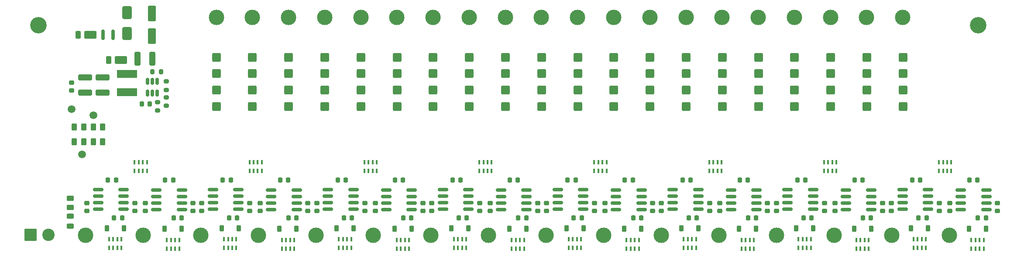
<source format=gbr>
%TF.GenerationSoftware,KiCad,Pcbnew,9.0.3*%
%TF.CreationDate,2025-07-15T10:45:23+03:00*%
%TF.ProjectId,control_unit_tester,636f6e74-726f-46c5-9f75-6e69745f7465,R2*%
%TF.SameCoordinates,Original*%
%TF.FileFunction,Soldermask,Top*%
%TF.FilePolarity,Negative*%
%FSLAX46Y46*%
G04 Gerber Fmt 4.6, Leading zero omitted, Abs format (unit mm)*
G04 Created by KiCad (PCBNEW 9.0.3) date 2025-07-15 10:45:23*
%MOMM*%
%LPD*%
G01*
G04 APERTURE LIST*
G04 Aperture macros list*
%AMRoundRect*
0 Rectangle with rounded corners*
0 $1 Rounding radius*
0 $2 $3 $4 $5 $6 $7 $8 $9 X,Y pos of 4 corners*
0 Add a 4 corners polygon primitive as box body*
4,1,4,$2,$3,$4,$5,$6,$7,$8,$9,$2,$3,0*
0 Add four circle primitives for the rounded corners*
1,1,$1+$1,$2,$3*
1,1,$1+$1,$4,$5*
1,1,$1+$1,$6,$7*
1,1,$1+$1,$8,$9*
0 Add four rect primitives between the rounded corners*
20,1,$1+$1,$2,$3,$4,$5,0*
20,1,$1+$1,$4,$5,$6,$7,0*
20,1,$1+$1,$6,$7,$8,$9,0*
20,1,$1+$1,$8,$9,$2,$3,0*%
G04 Aperture macros list end*
%ADD10C,3.200000*%
%ADD11RoundRect,0.225000X0.225000X0.250000X-0.225000X0.250000X-0.225000X-0.250000X0.225000X-0.250000X0*%
%ADD12C,3.000000*%
%ADD13R,4.000000X1.500000*%
%ADD14RoundRect,0.225000X-0.250000X0.225000X-0.250000X-0.225000X0.250000X-0.225000X0.250000X0.225000X0*%
%ADD15RoundRect,0.200000X0.200000X0.275000X-0.200000X0.275000X-0.200000X-0.275000X0.200000X-0.275000X0*%
%ADD16RoundRect,0.225000X0.225000X0.375000X-0.225000X0.375000X-0.225000X-0.375000X0.225000X-0.375000X0*%
%ADD17RoundRect,0.150000X-0.825000X-0.150000X0.825000X-0.150000X0.825000X0.150000X-0.825000X0.150000X0*%
%ADD18R,0.400000X0.900000*%
%ADD19RoundRect,0.250000X-0.262500X-0.450000X0.262500X-0.450000X0.262500X0.450000X-0.262500X0.450000X0*%
%ADD20RoundRect,0.150000X0.150000X-0.850000X0.150000X0.850000X-0.150000X0.850000X-0.150000X-0.850000X0*%
%ADD21C,1.500000*%
%ADD22RoundRect,0.250001X-0.949999X-0.949999X0.949999X-0.949999X0.949999X0.949999X-0.949999X0.949999X0*%
%ADD23C,2.400000*%
%ADD24RoundRect,0.200000X-0.275000X0.200000X-0.275000X-0.200000X0.275000X-0.200000X0.275000X0.200000X0*%
%ADD25RoundRect,0.150000X0.150000X-0.512500X0.150000X0.512500X-0.150000X0.512500X-0.150000X-0.512500X0*%
%ADD26RoundRect,0.250000X1.100000X-0.325000X1.100000X0.325000X-1.100000X0.325000X-1.100000X-0.325000X0*%
%ADD27RoundRect,0.225000X0.250000X-0.225000X0.250000X0.225000X-0.250000X0.225000X-0.250000X-0.225000X0*%
%ADD28RoundRect,0.200000X0.275000X-0.200000X0.275000X0.200000X-0.275000X0.200000X-0.275000X-0.200000X0*%
%ADD29RoundRect,0.250000X0.450000X-0.262500X0.450000X0.262500X-0.450000X0.262500X-0.450000X-0.262500X0*%
%ADD30RoundRect,0.250000X0.650000X-1.000000X0.650000X1.000000X-0.650000X1.000000X-0.650000X-1.000000X0*%
%ADD31RoundRect,0.250000X0.325000X1.100000X-0.325000X1.100000X-0.325000X-1.100000X0.325000X-1.100000X0*%
%ADD32RoundRect,0.250000X-0.950000X-0.500000X0.950000X-0.500000X0.950000X0.500000X-0.950000X0.500000X0*%
%ADD33RoundRect,0.250000X-0.275000X-0.500000X0.275000X-0.500000X0.275000X0.500000X-0.275000X0.500000X0*%
%ADD34RoundRect,0.250000X0.550000X-1.250000X0.550000X1.250000X-0.550000X1.250000X-0.550000X-1.250000X0*%
%ADD35RoundRect,0.243750X0.456250X-0.243750X0.456250X0.243750X-0.456250X0.243750X-0.456250X-0.243750X0*%
%ADD36RoundRect,0.250000X-0.600000X0.600000X-0.600000X-0.600000X0.600000X-0.600000X0.600000X0.600000X0*%
G04 APERTURE END LIST*
D10*
%TO.C,H2*%
X247500000Y-67500000D03*
%TD*%
D11*
%TO.C,C68*%
X115289286Y-105050000D03*
X113739286Y-105050000D03*
%TD*%
D12*
%TO.C,J7*%
X134789474Y-65950000D03*
%TD*%
D13*
%TO.C,L2*%
X82408333Y-76975000D03*
X82408333Y-80575000D03*
%TD*%
D14*
%TO.C,C29*%
X228960714Y-102125000D03*
X228960714Y-103675000D03*
%TD*%
D12*
%TO.C,J2*%
X99750000Y-65950000D03*
%TD*%
D15*
%TO.C,R6*%
X89008333Y-76600000D03*
X87358333Y-76600000D03*
%TD*%
D16*
%TO.C,D21*%
X182182143Y-107125000D03*
X178882143Y-107125000D03*
%TD*%
D11*
%TO.C,C16*%
X247400000Y-97625000D03*
X245850000Y-97625000D03*
%TD*%
D12*
%TO.C,J22*%
X74375000Y-108425000D03*
%TD*%
D11*
%TO.C,C8*%
X180532143Y-97625000D03*
X178982143Y-97625000D03*
%TD*%
D14*
%TO.C,C45*%
X208385714Y-102125000D03*
X208385714Y-103675000D03*
%TD*%
D11*
%TO.C,C14*%
X225110714Y-97625000D03*
X223560714Y-97625000D03*
%TD*%
D12*
%TO.C,J15*%
X190852632Y-65950000D03*
%TD*%
%TO.C,J25*%
X107885000Y-108425000D03*
%TD*%
D17*
%TO.C,U10*%
X199571429Y-99585000D03*
X199571429Y-100855000D03*
X199571429Y-102125000D03*
X199571429Y-103395000D03*
X204521429Y-103395000D03*
X204521429Y-102125000D03*
X204521429Y-100855000D03*
X204521429Y-99585000D03*
%TD*%
D18*
%TO.C,RN6*%
X128478571Y-95900000D03*
X129278571Y-95900000D03*
X130078571Y-95900000D03*
X130878571Y-95900000D03*
X130878571Y-94200000D03*
X130078571Y-94200000D03*
X129278571Y-94200000D03*
X128478571Y-94200000D03*
%TD*%
D14*
%TO.C,C40*%
X119228571Y-102125000D03*
X119228571Y-103675000D03*
%TD*%
D11*
%TO.C,C69*%
X226735714Y-105050000D03*
X225185714Y-105050000D03*
%TD*%
D17*
%TO.C,U6*%
X154992857Y-99585000D03*
X154992857Y-100855000D03*
X154992857Y-102125000D03*
X154992857Y-103395000D03*
X159942857Y-103395000D03*
X159942857Y-102125000D03*
X159942857Y-100855000D03*
X159942857Y-99585000D03*
%TD*%
D14*
%TO.C,C50*%
X173132143Y-102125000D03*
X173132143Y-103675000D03*
%TD*%
%TO.C,C30*%
X251250000Y-102125000D03*
X251250000Y-103675000D03*
%TD*%
D11*
%TO.C,C2*%
X91375000Y-97625000D03*
X89825000Y-97625000D03*
%TD*%
D14*
%TO.C,C36*%
X108289286Y-102125000D03*
X108289286Y-103675000D03*
%TD*%
D16*
%TO.C,D38*%
X215535714Y-107050000D03*
X212235714Y-107050000D03*
%TD*%
D12*
%TO.C,J13*%
X176836842Y-65950000D03*
%TD*%
D16*
%TO.C,D32*%
X104089286Y-107050000D03*
X100789286Y-107050000D03*
%TD*%
D19*
%TO.C,R3*%
X72187500Y-87350000D03*
X74012500Y-87350000D03*
%TD*%
D14*
%TO.C,C37*%
X219735714Y-102125000D03*
X219735714Y-103675000D03*
%TD*%
D16*
%TO.C,D20*%
X170957143Y-107050000D03*
X167657143Y-107050000D03*
%TD*%
D14*
%TO.C,C39*%
X74650000Y-102125000D03*
X74650000Y-103675000D03*
%TD*%
D10*
%TO.C,H1*%
X65250000Y-67500000D03*
%TD*%
D18*
%TO.C,RN8*%
X159442857Y-109300000D03*
X158642857Y-109300000D03*
X157842857Y-109300000D03*
X157042857Y-109300000D03*
X157042857Y-111000000D03*
X157842857Y-111000000D03*
X158642857Y-111000000D03*
X159442857Y-111000000D03*
%TD*%
D14*
%TO.C,C46*%
X230675000Y-102125000D03*
X230675000Y-103675000D03*
%TD*%
D16*
%TO.C,D9*%
X137603571Y-107125000D03*
X134303571Y-107125000D03*
%TD*%
D18*
%TO.C,RN14*%
X204021429Y-109300000D03*
X203221429Y-109300000D03*
X202421429Y-109300000D03*
X201621429Y-109300000D03*
X201621429Y-111000000D03*
X202421429Y-111000000D03*
X203221429Y-111000000D03*
X204021429Y-111000000D03*
%TD*%
D11*
%TO.C,C58*%
X170632143Y-105000000D03*
X169082143Y-105000000D03*
%TD*%
D16*
%TO.C,D8*%
X126378571Y-107050000D03*
X123078571Y-107050000D03*
%TD*%
D12*
%TO.C,J21*%
X232900000Y-65950000D03*
%TD*%
D17*
%TO.C,U11*%
X99114286Y-99495000D03*
X99114286Y-100765000D03*
X99114286Y-102035000D03*
X99114286Y-103305000D03*
X104064286Y-103305000D03*
X104064286Y-102035000D03*
X104064286Y-100765000D03*
X104064286Y-99495000D03*
%TD*%
D11*
%TO.C,C70*%
X249025000Y-105050000D03*
X247475000Y-105050000D03*
%TD*%
%TO.C,C65*%
X159867857Y-105050000D03*
X158317857Y-105050000D03*
%TD*%
D16*
%TO.C,D45*%
X249050000Y-107125000D03*
X245750000Y-107125000D03*
%TD*%
D19*
%TO.C,R2*%
X75887500Y-90200000D03*
X77712500Y-90200000D03*
%TD*%
D20*
%TO.C,L1*%
X77800000Y-69350000D03*
X79700000Y-69350000D03*
%TD*%
D21*
%TO.C,TP3*%
X75875000Y-85050000D03*
%TD*%
D14*
%TO.C,C38*%
X242025000Y-102125000D03*
X242025000Y-103675000D03*
%TD*%
D17*
%TO.C,U4*%
X132703571Y-99585000D03*
X132703571Y-100855000D03*
X132703571Y-102125000D03*
X132703571Y-103395000D03*
X137653571Y-103395000D03*
X137653571Y-102125000D03*
X137653571Y-100855000D03*
X137653571Y-99585000D03*
%TD*%
D12*
%TO.C,J12*%
X169828947Y-65950000D03*
%TD*%
D19*
%TO.C,R1*%
X72187500Y-90200000D03*
X74012500Y-90200000D03*
%TD*%
D18*
%TO.C,RN10*%
X168107143Y-110900000D03*
X168907143Y-110900000D03*
X169707143Y-110900000D03*
X170507143Y-110900000D03*
X170507143Y-109200000D03*
X169707143Y-109200000D03*
X168907143Y-109200000D03*
X168107143Y-109200000D03*
%TD*%
%TO.C,RN19*%
X212685714Y-110900000D03*
X213485714Y-110900000D03*
X214285714Y-110900000D03*
X215085714Y-110900000D03*
X215085714Y-109200000D03*
X214285714Y-109200000D03*
X213485714Y-109200000D03*
X212685714Y-109200000D03*
%TD*%
D12*
%TO.C,J33*%
X197245000Y-108425000D03*
%TD*%
D14*
%TO.C,C43*%
X186096429Y-102125000D03*
X186096429Y-103675000D03*
%TD*%
D12*
%TO.C,J19*%
X218884211Y-65950000D03*
%TD*%
%TO.C,J27*%
X130225000Y-108425000D03*
%TD*%
%TO.C,J35*%
X219585000Y-108425000D03*
%TD*%
D18*
%TO.C,RN22*%
X234975000Y-110900000D03*
X235775000Y-110900000D03*
X236575000Y-110900000D03*
X237375000Y-110900000D03*
X237375000Y-109200000D03*
X236575000Y-109200000D03*
X235775000Y-109200000D03*
X234975000Y-109200000D03*
%TD*%
D12*
%TO.C,J30*%
X163735000Y-108425000D03*
%TD*%
D14*
%TO.C,C44*%
X96939286Y-102125000D03*
X96939286Y-103675000D03*
%TD*%
D21*
%TO.C,TP2*%
X73725000Y-92675000D03*
%TD*%
D22*
%TO.C,J1*%
X63725000Y-108350000D03*
D23*
X67225000Y-108350000D03*
%TD*%
D11*
%TO.C,C19*%
X86850000Y-82810000D03*
X85300000Y-82810000D03*
%TD*%
D14*
%TO.C,C47*%
X83975000Y-102125000D03*
X83975000Y-103675000D03*
%TD*%
D12*
%TO.C,J34*%
X208415000Y-108425000D03*
%TD*%
%TO.C,J32*%
X186075000Y-108425000D03*
%TD*%
D18*
%TO.C,RN15*%
X195346429Y-95900000D03*
X196146429Y-95900000D03*
X196946429Y-95900000D03*
X197746429Y-95900000D03*
X197746429Y-94200000D03*
X196946429Y-94200000D03*
X196146429Y-94200000D03*
X195346429Y-94200000D03*
%TD*%
D14*
%TO.C,C31*%
X86000000Y-102125000D03*
X86000000Y-103675000D03*
%TD*%
D12*
%TO.C,J6*%
X127781579Y-65950000D03*
%TD*%
D16*
%TO.C,D3*%
X93025000Y-107125000D03*
X89725000Y-107125000D03*
%TD*%
D17*
%TO.C,U7*%
X165982143Y-99495000D03*
X165982143Y-100765000D03*
X165982143Y-102035000D03*
X165982143Y-103305000D03*
X170932143Y-103305000D03*
X170932143Y-102035000D03*
X170932143Y-100765000D03*
X170932143Y-99495000D03*
%TD*%
D24*
%TO.C,R8*%
X88395000Y-82495000D03*
X88395000Y-84145000D03*
%TD*%
D25*
%TO.C,U17*%
X86408333Y-80725000D03*
X87358333Y-80725000D03*
X88308333Y-80725000D03*
X88308333Y-78450000D03*
X87358333Y-78450000D03*
X86408333Y-78450000D03*
%TD*%
D11*
%TO.C,C66*%
X182157143Y-105050000D03*
X180607143Y-105050000D03*
%TD*%
D18*
%TO.C,RN23*%
X248600000Y-109300000D03*
X247800000Y-109300000D03*
X247000000Y-109300000D03*
X246200000Y-109300000D03*
X246200000Y-111000000D03*
X247000000Y-111000000D03*
X247800000Y-111000000D03*
X248600000Y-111000000D03*
%TD*%
D17*
%TO.C,U12*%
X110414286Y-99585000D03*
X110414286Y-100855000D03*
X110414286Y-102125000D03*
X110414286Y-103395000D03*
X115364286Y-103395000D03*
X115364286Y-102125000D03*
X115364286Y-100855000D03*
X115364286Y-99585000D03*
%TD*%
D18*
%TO.C,RN1*%
X78950000Y-110900000D03*
X79750000Y-110900000D03*
X80550000Y-110900000D03*
X81350000Y-110900000D03*
X81350000Y-109200000D03*
X80550000Y-109200000D03*
X79750000Y-109200000D03*
X78950000Y-109200000D03*
%TD*%
%TO.C,RN12*%
X173057143Y-95900000D03*
X173857143Y-95900000D03*
X174657143Y-95900000D03*
X175457143Y-95900000D03*
X175457143Y-94200000D03*
X174657143Y-94200000D03*
X173857143Y-94200000D03*
X173057143Y-94200000D03*
%TD*%
D11*
%TO.C,C1*%
X80275000Y-97620000D03*
X78725000Y-97620000D03*
%TD*%
D24*
%TO.C,R9*%
X90045000Y-81570000D03*
X90045000Y-83220000D03*
%TD*%
D14*
%TO.C,C42*%
X163807143Y-102125000D03*
X163807143Y-103675000D03*
%TD*%
D12*
%TO.C,J31*%
X174905000Y-108425000D03*
%TD*%
D18*
%TO.C,RN2*%
X92575000Y-109300000D03*
X91775000Y-109300000D03*
X90975000Y-109300000D03*
X90175000Y-109300000D03*
X90175000Y-111000000D03*
X90975000Y-111000000D03*
X91775000Y-111000000D03*
X92575000Y-111000000D03*
%TD*%
%TO.C,RN18*%
X106189286Y-95900000D03*
X106989286Y-95900000D03*
X107789286Y-95900000D03*
X108589286Y-95900000D03*
X108589286Y-94200000D03*
X107789286Y-94200000D03*
X106989286Y-94200000D03*
X106189286Y-94200000D03*
%TD*%
D11*
%TO.C,C5*%
X147142857Y-97620000D03*
X145592857Y-97620000D03*
%TD*%
D16*
%TO.C,D2*%
X81800000Y-107050000D03*
X78500000Y-107050000D03*
%TD*%
D18*
%TO.C,RN5*%
X137153571Y-109300000D03*
X136353571Y-109300000D03*
X135553571Y-109300000D03*
X134753571Y-109300000D03*
X134753571Y-111000000D03*
X135553571Y-111000000D03*
X136353571Y-111000000D03*
X137153571Y-111000000D03*
%TD*%
D11*
%TO.C,C63*%
X93000000Y-105050000D03*
X91450000Y-105050000D03*
%TD*%
D18*
%TO.C,RN16*%
X101239286Y-110900000D03*
X102039286Y-110900000D03*
X102839286Y-110900000D03*
X103639286Y-110900000D03*
X103639286Y-109200000D03*
X102839286Y-109200000D03*
X102039286Y-109200000D03*
X101239286Y-109200000D03*
%TD*%
D12*
%TO.C,J18*%
X211876316Y-65950000D03*
%TD*%
D11*
%TO.C,C4*%
X135953571Y-97625000D03*
X134403571Y-97625000D03*
%TD*%
D17*
%TO.C,U5*%
X143692857Y-99495000D03*
X143692857Y-100765000D03*
X143692857Y-102035000D03*
X143692857Y-103305000D03*
X148642857Y-103305000D03*
X148642857Y-102035000D03*
X148642857Y-100765000D03*
X148642857Y-99495000D03*
%TD*%
D12*
%TO.C,J8*%
X141797368Y-65950000D03*
%TD*%
%TO.C,J14*%
X183844737Y-65950000D03*
%TD*%
%TO.C,J17*%
X204868421Y-65950000D03*
%TD*%
D14*
%TO.C,C53*%
X217710714Y-102125000D03*
X217710714Y-103675000D03*
%TD*%
%TO.C,C33*%
X152867857Y-102125000D03*
X152867857Y-103675000D03*
%TD*%
D18*
%TO.C,RN21*%
X217635714Y-95900000D03*
X218435714Y-95900000D03*
X219235714Y-95900000D03*
X220035714Y-95900000D03*
X220035714Y-94200000D03*
X219235714Y-94200000D03*
X218435714Y-94200000D03*
X217635714Y-94200000D03*
%TD*%
D11*
%TO.C,C55*%
X81475000Y-105000000D03*
X79925000Y-105000000D03*
%TD*%
D26*
%TO.C,C20*%
X77685000Y-80615000D03*
X77685000Y-77665000D03*
%TD*%
D18*
%TO.C,RN7*%
X145817857Y-110900000D03*
X146617857Y-110900000D03*
X147417857Y-110900000D03*
X148217857Y-110900000D03*
X148217857Y-109200000D03*
X147417857Y-109200000D03*
X146617857Y-109200000D03*
X145817857Y-109200000D03*
%TD*%
D11*
%TO.C,C7*%
X169432143Y-97620000D03*
X167882143Y-97620000D03*
%TD*%
D12*
%TO.C,J10*%
X155813158Y-65950000D03*
%TD*%
D14*
%TO.C,C24*%
X139803571Y-102125000D03*
X139803571Y-103675000D03*
%TD*%
D16*
%TO.C,D33*%
X115314286Y-107125000D03*
X112014286Y-107125000D03*
%TD*%
D14*
%TO.C,C32*%
X130578571Y-102125000D03*
X130578571Y-103675000D03*
%TD*%
D12*
%TO.C,J23*%
X85545000Y-108425000D03*
%TD*%
D27*
%TO.C,C22*%
X71675000Y-80250000D03*
X71675000Y-78700000D03*
%TD*%
D16*
%TO.C,D44*%
X237825000Y-107050000D03*
X234525000Y-107050000D03*
%TD*%
D12*
%TO.C,J28*%
X141395000Y-108425000D03*
%TD*%
D11*
%TO.C,C67*%
X204446429Y-105050000D03*
X202896429Y-105050000D03*
%TD*%
D18*
%TO.C,RN24*%
X239925000Y-95900000D03*
X240725000Y-95900000D03*
X241525000Y-95900000D03*
X242325000Y-95900000D03*
X242325000Y-94200000D03*
X241525000Y-94200000D03*
X240725000Y-94200000D03*
X239925000Y-94200000D03*
%TD*%
D16*
%TO.C,D26*%
X193246429Y-107050000D03*
X189946429Y-107050000D03*
%TD*%
D11*
%TO.C,C10*%
X202821429Y-97625000D03*
X201271429Y-97625000D03*
%TD*%
%TO.C,C15*%
X236300000Y-97620000D03*
X234750000Y-97620000D03*
%TD*%
D14*
%TO.C,C41*%
X141517857Y-102125000D03*
X141517857Y-103675000D03*
%TD*%
%TO.C,C35*%
X197446429Y-102125000D03*
X197446429Y-103675000D03*
%TD*%
D28*
%TO.C,R7*%
X90058333Y-80100000D03*
X90058333Y-78450000D03*
%TD*%
D14*
%TO.C,C54*%
X240000000Y-102125000D03*
X240000000Y-103675000D03*
%TD*%
%TO.C,C52*%
X106264286Y-102125000D03*
X106264286Y-103675000D03*
%TD*%
D12*
%TO.C,J4*%
X113765789Y-65950000D03*
%TD*%
D18*
%TO.C,RN20*%
X226310714Y-109300000D03*
X225510714Y-109300000D03*
X224710714Y-109300000D03*
X223910714Y-109300000D03*
X223910714Y-111000000D03*
X224710714Y-111000000D03*
X225510714Y-111000000D03*
X226310714Y-111000000D03*
%TD*%
D12*
%TO.C,J29*%
X152565000Y-108425000D03*
%TD*%
D17*
%TO.C,U13*%
X210560714Y-99495000D03*
X210560714Y-100765000D03*
X210560714Y-102035000D03*
X210560714Y-103305000D03*
X215510714Y-103305000D03*
X215510714Y-102035000D03*
X215510714Y-100765000D03*
X215510714Y-99495000D03*
%TD*%
D29*
%TO.C,R5*%
X71405000Y-103000000D03*
X71405000Y-101175000D03*
%TD*%
D17*
%TO.C,U16*%
X244150000Y-99585000D03*
X244150000Y-100855000D03*
X244150000Y-102125000D03*
X244150000Y-103395000D03*
X249100000Y-103395000D03*
X249100000Y-102125000D03*
X249100000Y-100855000D03*
X249100000Y-99585000D03*
%TD*%
D21*
%TO.C,TP1*%
X71650000Y-83875000D03*
%TD*%
D12*
%TO.C,J36*%
X230755000Y-108425000D03*
%TD*%
D18*
%TO.C,RN3*%
X83900000Y-95900000D03*
X84700000Y-95900000D03*
X85500000Y-95900000D03*
X86300000Y-95900000D03*
X86300000Y-94200000D03*
X85500000Y-94200000D03*
X84700000Y-94200000D03*
X83900000Y-94200000D03*
%TD*%
D19*
%TO.C,R4*%
X75887500Y-87350000D03*
X77712500Y-87350000D03*
%TD*%
D30*
%TO.C,D50*%
X82445000Y-69097500D03*
X82445000Y-65097500D03*
%TD*%
D31*
%TO.C,C18*%
X87383333Y-74075000D03*
X84433333Y-74075000D03*
%TD*%
D12*
%TO.C,J5*%
X120773684Y-65950000D03*
%TD*%
%TO.C,J9*%
X148805263Y-65950000D03*
%TD*%
D11*
%TO.C,C9*%
X191721429Y-97620000D03*
X190171429Y-97620000D03*
%TD*%
D18*
%TO.C,RN4*%
X123528571Y-110900000D03*
X124328571Y-110900000D03*
X125128571Y-110900000D03*
X125928571Y-110900000D03*
X125928571Y-109200000D03*
X125128571Y-109200000D03*
X124328571Y-109200000D03*
X123528571Y-109200000D03*
%TD*%
D17*
%TO.C,U14*%
X221860714Y-99585000D03*
X221860714Y-100855000D03*
X221860714Y-102125000D03*
X221860714Y-103395000D03*
X226810714Y-103395000D03*
X226810714Y-102125000D03*
X226810714Y-100855000D03*
X226810714Y-99585000D03*
%TD*%
D11*
%TO.C,C62*%
X237500000Y-105000000D03*
X235950000Y-105000000D03*
%TD*%
D18*
%TO.C,RN17*%
X114864286Y-109300000D03*
X114064286Y-109300000D03*
X113264286Y-109300000D03*
X112464286Y-109300000D03*
X112464286Y-111000000D03*
X113264286Y-111000000D03*
X114064286Y-111000000D03*
X114864286Y-111000000D03*
%TD*%
D11*
%TO.C,C64*%
X137578571Y-105050000D03*
X136028571Y-105050000D03*
%TD*%
D12*
%TO.C,J16*%
X197860526Y-65950000D03*
%TD*%
%TO.C,J24*%
X96715000Y-108425000D03*
%TD*%
D11*
%TO.C,C61*%
X215210714Y-105000000D03*
X213660714Y-105000000D03*
%TD*%
D12*
%TO.C,J3*%
X106757895Y-65950000D03*
%TD*%
D14*
%TO.C,C28*%
X117514286Y-102125000D03*
X117514286Y-103675000D03*
%TD*%
D17*
%TO.C,U15*%
X232850000Y-99495000D03*
X232850000Y-100765000D03*
X232850000Y-102035000D03*
X232850000Y-103305000D03*
X237800000Y-103305000D03*
X237800000Y-102035000D03*
X237800000Y-100765000D03*
X237800000Y-99495000D03*
%TD*%
D16*
%TO.C,D15*%
X159892857Y-107125000D03*
X156592857Y-107125000D03*
%TD*%
D17*
%TO.C,U9*%
X188271429Y-99495000D03*
X188271429Y-100765000D03*
X188271429Y-102035000D03*
X188271429Y-103305000D03*
X193221429Y-103305000D03*
X193221429Y-102035000D03*
X193221429Y-100765000D03*
X193221429Y-99495000D03*
%TD*%
D14*
%TO.C,C23*%
X95225000Y-102125000D03*
X95225000Y-103675000D03*
%TD*%
D11*
%TO.C,C13*%
X214010714Y-97620000D03*
X212460714Y-97620000D03*
%TD*%
%TO.C,C11*%
X102564286Y-97620000D03*
X101014286Y-97620000D03*
%TD*%
%TO.C,C59*%
X192921429Y-105000000D03*
X191371429Y-105000000D03*
%TD*%
D16*
%TO.C,D39*%
X226760714Y-107125000D03*
X223460714Y-107125000D03*
%TD*%
D11*
%TO.C,C12*%
X113664286Y-97625000D03*
X112114286Y-97625000D03*
%TD*%
D12*
%TO.C,J20*%
X225892105Y-65950000D03*
%TD*%
D14*
%TO.C,C48*%
X128553571Y-102125000D03*
X128553571Y-103675000D03*
%TD*%
D12*
%TO.C,J37*%
X241925000Y-108425000D03*
%TD*%
D14*
%TO.C,C27*%
X206671429Y-102125000D03*
X206671429Y-103675000D03*
%TD*%
D18*
%TO.C,RN11*%
X181732143Y-109300000D03*
X180932143Y-109300000D03*
X180132143Y-109300000D03*
X179332143Y-109300000D03*
X179332143Y-111000000D03*
X180132143Y-111000000D03*
X180932143Y-111000000D03*
X181732143Y-111000000D03*
%TD*%
D32*
%TO.C,D51*%
X81220000Y-74295000D03*
D33*
X78845000Y-74295000D03*
%TD*%
D32*
%TO.C,D52*%
X75325000Y-69375000D03*
D33*
X72950000Y-69375000D03*
%TD*%
D14*
%TO.C,C51*%
X195421429Y-102125000D03*
X195421429Y-103675000D03*
%TD*%
D18*
%TO.C,RN13*%
X190396429Y-110900000D03*
X191196429Y-110900000D03*
X191996429Y-110900000D03*
X192796429Y-110900000D03*
X192796429Y-109200000D03*
X191996429Y-109200000D03*
X191196429Y-109200000D03*
X190396429Y-109200000D03*
%TD*%
D17*
%TO.C,U8*%
X177282143Y-99585000D03*
X177282143Y-100855000D03*
X177282143Y-102125000D03*
X177282143Y-103395000D03*
X182232143Y-103395000D03*
X182232143Y-102125000D03*
X182232143Y-100855000D03*
X182232143Y-99585000D03*
%TD*%
D12*
%TO.C,J26*%
X119055000Y-108425000D03*
%TD*%
D11*
%TO.C,C3*%
X124853571Y-97620000D03*
X123303571Y-97620000D03*
%TD*%
D14*
%TO.C,C34*%
X175157143Y-102125000D03*
X175157143Y-103675000D03*
%TD*%
D11*
%TO.C,C6*%
X158242857Y-97625000D03*
X156692857Y-97625000D03*
%TD*%
D16*
%TO.C,D14*%
X148667857Y-107050000D03*
X145367857Y-107050000D03*
%TD*%
D17*
%TO.C,U2*%
X88125000Y-99585000D03*
X88125000Y-100855000D03*
X88125000Y-102125000D03*
X88125000Y-103395000D03*
X93075000Y-103395000D03*
X93075000Y-102125000D03*
X93075000Y-100855000D03*
X93075000Y-99585000D03*
%TD*%
%TO.C,U1*%
X76825000Y-99495000D03*
X76825000Y-100765000D03*
X76825000Y-102035000D03*
X76825000Y-103305000D03*
X81775000Y-103305000D03*
X81775000Y-102035000D03*
X81775000Y-100765000D03*
X81775000Y-99495000D03*
%TD*%
D16*
%TO.C,D27*%
X204471429Y-107125000D03*
X201171429Y-107125000D03*
%TD*%
D14*
%TO.C,C25*%
X162092857Y-102125000D03*
X162092857Y-103675000D03*
%TD*%
D34*
%TO.C,C17*%
X87270000Y-69645000D03*
X87270000Y-65245000D03*
%TD*%
D11*
%TO.C,C57*%
X148342857Y-105000000D03*
X146792857Y-105000000D03*
%TD*%
D17*
%TO.C,U3*%
X121403571Y-99495000D03*
X121403571Y-100765000D03*
X121403571Y-102035000D03*
X121403571Y-103305000D03*
X126353571Y-103305000D03*
X126353571Y-102035000D03*
X126353571Y-100765000D03*
X126353571Y-99495000D03*
%TD*%
D35*
%TO.C,D1*%
X71450000Y-106600000D03*
X71450000Y-104725000D03*
%TD*%
D14*
%TO.C,C49*%
X150842857Y-102125000D03*
X150842857Y-103675000D03*
%TD*%
%TO.C,C26*%
X184382143Y-102125000D03*
X184382143Y-103675000D03*
%TD*%
D11*
%TO.C,C56*%
X126053571Y-105000000D03*
X124503571Y-105000000D03*
%TD*%
D26*
%TO.C,C21*%
X74285000Y-80615000D03*
X74285000Y-77665000D03*
%TD*%
D18*
%TO.C,RN9*%
X150767857Y-95900000D03*
X151567857Y-95900000D03*
X152367857Y-95900000D03*
X153167857Y-95900000D03*
X153167857Y-94200000D03*
X152367857Y-94200000D03*
X151567857Y-94200000D03*
X150767857Y-94200000D03*
%TD*%
D11*
%TO.C,C60*%
X103764286Y-105000000D03*
X102214286Y-105000000D03*
%TD*%
D12*
%TO.C,J11*%
X162821053Y-65950000D03*
%TD*%
D36*
%TO.C,SW7*%
X141813158Y-73750000D03*
X141813158Y-76950000D03*
X141813158Y-80150000D03*
X141813158Y-83350000D03*
%TD*%
%TO.C,SW15*%
X197897368Y-73750000D03*
X197897368Y-76950000D03*
X197897368Y-80150000D03*
X197897368Y-83350000D03*
%TD*%
%TO.C,SW20*%
X232950000Y-73750000D03*
X232950000Y-76950000D03*
X232950000Y-80150000D03*
X232950000Y-83350000D03*
%TD*%
%TO.C,SW13*%
X183876316Y-73750000D03*
X183876316Y-76950000D03*
X183876316Y-80150000D03*
X183876316Y-83350000D03*
%TD*%
%TO.C,SW8*%
X148823684Y-73750000D03*
X148823684Y-76950000D03*
X148823684Y-80150000D03*
X148823684Y-83350000D03*
%TD*%
%TO.C,SW10*%
X162844737Y-73750000D03*
X162844737Y-76950000D03*
X162844737Y-80150000D03*
X162844737Y-83350000D03*
%TD*%
%TO.C,SW19*%
X225939474Y-73750000D03*
X225939474Y-76950000D03*
X225939474Y-80150000D03*
X225939474Y-83350000D03*
%TD*%
%TO.C,SW2*%
X106760526Y-73750000D03*
X106760526Y-76950000D03*
X106760526Y-80150000D03*
X106760526Y-83350000D03*
%TD*%
%TO.C,SW17*%
X211918421Y-73750000D03*
X211918421Y-76950000D03*
X211918421Y-80150000D03*
X211918421Y-83350000D03*
%TD*%
%TO.C,SW18*%
X218928947Y-73750000D03*
X218928947Y-76950000D03*
X218928947Y-80150000D03*
X218928947Y-83350000D03*
%TD*%
%TO.C,SW11*%
X169855263Y-73750000D03*
X169855263Y-76950000D03*
X169855263Y-80150000D03*
X169855263Y-83350000D03*
%TD*%
%TO.C,SW9*%
X155834211Y-73750000D03*
X155834211Y-76950000D03*
X155834211Y-80150000D03*
X155834211Y-83350000D03*
%TD*%
%TO.C,SW5*%
X127792105Y-73750000D03*
X127792105Y-76950000D03*
X127792105Y-80150000D03*
X127792105Y-83350000D03*
%TD*%
%TO.C,SW1*%
X99750000Y-73750000D03*
X99750000Y-76950000D03*
X99750000Y-80150000D03*
X99750000Y-83350000D03*
%TD*%
%TO.C,SW16*%
X204907895Y-73750000D03*
X204907895Y-76950000D03*
X204907895Y-80150000D03*
X204907895Y-83350000D03*
%TD*%
%TO.C,SW6*%
X134802632Y-73750000D03*
X134802632Y-76950000D03*
X134802632Y-80150000D03*
X134802632Y-83350000D03*
%TD*%
%TO.C,SW12*%
X176865789Y-73750000D03*
X176865789Y-76950000D03*
X176865789Y-80150000D03*
X176865789Y-83350000D03*
%TD*%
%TO.C,SW14*%
X190886842Y-73750000D03*
X190886842Y-76950000D03*
X190886842Y-80150000D03*
X190886842Y-83350000D03*
%TD*%
%TO.C,SW3*%
X113771053Y-73750000D03*
X113771053Y-76950000D03*
X113771053Y-80150000D03*
X113771053Y-83350000D03*
%TD*%
%TO.C,SW4*%
X120781579Y-73750000D03*
X120781579Y-76950000D03*
X120781579Y-80150000D03*
X120781579Y-83350000D03*
%TD*%
M02*

</source>
